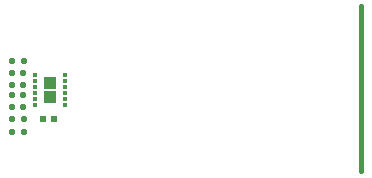
<source format=gbp>
G04*
G04 #@! TF.GenerationSoftware,Altium Limited,Altium Designer,18.1.7 (191)*
G04*
G04 Layer_Color=128*
%FSLAX25Y25*%
%MOIN*%
G70*
G01*
G75*
G04:AMPARAMS|DCode=24|XSize=20mil|YSize=20mil|CornerRadius=5mil|HoleSize=0mil|Usage=FLASHONLY|Rotation=270.000|XOffset=0mil|YOffset=0mil|HoleType=Round|Shape=RoundedRectangle|*
%AMROUNDEDRECTD24*
21,1,0.02000,0.01000,0,0,270.0*
21,1,0.01000,0.02000,0,0,270.0*
1,1,0.01000,-0.00500,-0.00500*
1,1,0.01000,-0.00500,0.00500*
1,1,0.01000,0.00500,0.00500*
1,1,0.01000,0.00500,-0.00500*
%
%ADD24ROUNDEDRECTD24*%
G04:AMPARAMS|DCode=27|XSize=20mil|YSize=20mil|CornerRadius=5mil|HoleSize=0mil|Usage=FLASHONLY|Rotation=180.000|XOffset=0mil|YOffset=0mil|HoleType=Round|Shape=RoundedRectangle|*
%AMROUNDEDRECTD27*
21,1,0.02000,0.01000,0,0,180.0*
21,1,0.01000,0.02000,0,0,180.0*
1,1,0.01000,-0.00500,0.00500*
1,1,0.01000,0.00500,0.00500*
1,1,0.01000,0.00500,-0.00500*
1,1,0.01000,-0.00500,-0.00500*
%
%ADD27ROUNDEDRECTD27*%
%ADD68C,0.01575*%
G04:AMPARAMS|DCode=74|XSize=16.54mil|YSize=13.78mil|CornerRadius=3.45mil|HoleSize=0mil|Usage=FLASHONLY|Rotation=0.000|XOffset=0mil|YOffset=0mil|HoleType=Round|Shape=RoundedRectangle|*
%AMROUNDEDRECTD74*
21,1,0.01654,0.00689,0,0,0.0*
21,1,0.00965,0.01378,0,0,0.0*
1,1,0.00689,0.00482,-0.00345*
1,1,0.00689,-0.00482,-0.00345*
1,1,0.00689,-0.00482,0.00345*
1,1,0.00689,0.00482,0.00345*
%
%ADD74ROUNDEDRECTD74*%
%ADD75R,0.01968X0.01968*%
G36*
X27231Y83850D02*
X31168D01*
Y87865D01*
X27231D01*
Y83850D01*
D02*
G37*
G36*
Y88535D02*
X31168D01*
Y92550D01*
X27231D01*
Y88535D01*
D02*
G37*
D24*
X16700Y97800D02*
D03*
X20700D02*
D03*
X16700Y78600D02*
D03*
X20700D02*
D03*
Y74300D02*
D03*
X16700D02*
D03*
D27*
X20400Y82600D02*
D03*
Y86600D02*
D03*
Y89900D02*
D03*
Y93900D02*
D03*
X16700Y89900D02*
D03*
Y93900D02*
D03*
Y82612D02*
D03*
Y86612D02*
D03*
D68*
X132854Y61146D02*
Y116264D01*
D74*
X24239Y93121D02*
D03*
Y91153D02*
D03*
Y89184D02*
D03*
Y87216D02*
D03*
Y85247D02*
D03*
Y83279D02*
D03*
X34161D02*
D03*
Y85247D02*
D03*
Y87216D02*
D03*
Y89184D02*
D03*
Y91153D02*
D03*
Y93121D02*
D03*
D75*
X30500Y78700D02*
D03*
X27100D02*
D03*
M02*

</source>
